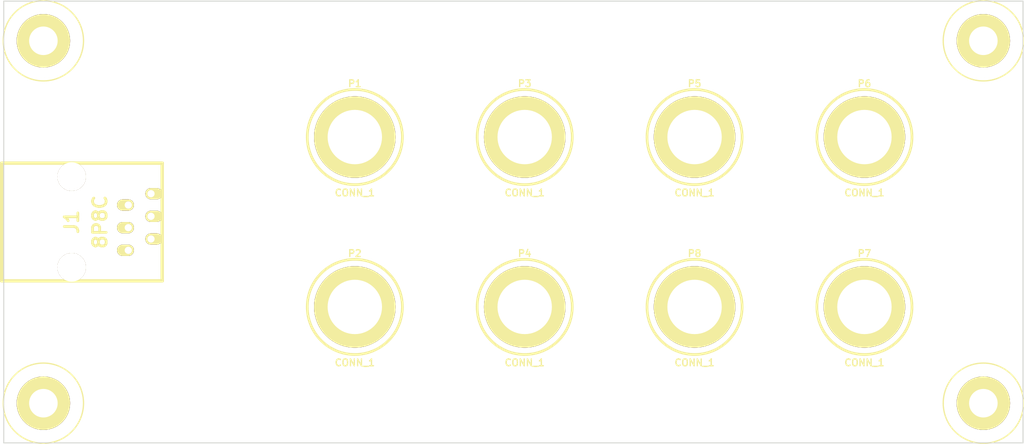
<source format=kicad_pcb>
(kicad_pcb (version 3) (host pcbnew "(2013-07-07 BZR 4022)-stable")

  (general
    (links 8)
    (no_connects 8)
    (area 0 0 0 0)
    (thickness 1.6)
    (drawings 4)
    (tracks 0)
    (zones 0)
    (modules 13)
    (nets 9)
  )

  (page A3)
  (layers
    (15 F.Cu signal)
    (0 B.Cu signal)
    (16 B.Adhes user)
    (17 F.Adhes user)
    (18 B.Paste user)
    (19 F.Paste user)
    (20 B.SilkS user)
    (21 F.SilkS user)
    (22 B.Mask user)
    (23 F.Mask user)
    (24 Dwgs.User user)
    (25 Cmts.User user)
    (26 Eco1.User user)
    (27 Eco2.User user)
    (28 Edge.Cuts user)
  )

  (setup
    (last_trace_width 0.254)
    (trace_clearance 0.254)
    (zone_clearance 0.508)
    (zone_45_only no)
    (trace_min 0.254)
    (segment_width 0.2)
    (edge_width 0.1)
    (via_size 0.889)
    (via_drill 0.635)
    (via_min_size 0.889)
    (via_min_drill 0.508)
    (uvia_size 0.508)
    (uvia_drill 0.127)
    (uvias_allowed no)
    (uvia_min_size 0.508)
    (uvia_min_drill 0.127)
    (pcb_text_width 0.3)
    (pcb_text_size 1.5 1.5)
    (mod_edge_width 0.15)
    (mod_text_size 1 1)
    (mod_text_width 0.15)
    (pad_size 1.5 1.5)
    (pad_drill 0.6)
    (pad_to_mask_clearance 0)
    (aux_axis_origin 0 0)
    (visible_elements FFFFFFBF)
    (pcbplotparams
      (layerselection 3178497)
      (usegerberextensions true)
      (excludeedgelayer true)
      (linewidth 0.150000)
      (plotframeref false)
      (viasonmask false)
      (mode 1)
      (useauxorigin false)
      (hpglpennumber 1)
      (hpglpenspeed 20)
      (hpglpendiameter 15)
      (hpglpenoverlay 2)
      (psnegative false)
      (psa4output false)
      (plotreference true)
      (plotvalue true)
      (plotothertext true)
      (plotinvisibletext false)
      (padsonsilk false)
      (subtractmaskfromsilk false)
      (outputformat 1)
      (mirror false)
      (drillshape 1)
      (scaleselection 1)
      (outputdirectory ""))
  )

  (net 0 "")
  (net 1 N-000001)
  (net 2 N-0000012)
  (net 3 N-000002)
  (net 4 N-000003)
  (net 5 N-000004)
  (net 6 N-000005)
  (net 7 N-000006)
  (net 8 N-000007)

  (net_class Default "This is the default net class."
    (clearance 0.254)
    (trace_width 0.254)
    (via_dia 0.889)
    (via_drill 0.635)
    (uvia_dia 0.508)
    (uvia_drill 0.127)
    (add_net "")
    (add_net N-000001)
    (add_net N-0000012)
    (add_net N-000002)
    (add_net N-000003)
    (add_net N-000004)
    (add_net N-000005)
    (add_net N-000006)
    (add_net N-000007)
  )

  (module hole_M3 (layer F.Cu) (tedit 532CF1F1) (tstamp 53B0C4D7)
    (at 132.715 111.125)
    (descr "M3 mounting hole")
    (path /53B0C2D1)
    (fp_text reference H1 (at 0 -3.048) (layer F.SilkS) hide
      (effects (font (size 1.016 1.016) (thickness 0.254)))
    )
    (fp_text value HOLE (at 0 2.794) (layer F.SilkS) hide
      (effects (font (size 1.016 1.016) (thickness 0.254)))
    )
    (fp_circle (center 0 0) (end 4.5 0) (layer F.SilkS) (width 0.15))
    (pad 1 thru_hole circle (at 0 0) (size 6 6) (drill 3.2)
      (layers *.Cu *.Mask F.SilkS)
    )
  )

  (module hole_M3 (layer F.Cu) (tedit 532CF1F1) (tstamp 53B0C4DD)
    (at 132.715 151.765)
    (descr "M3 mounting hole")
    (path /53B0C2E0)
    (fp_text reference H2 (at 0 -3.048) (layer F.SilkS) hide
      (effects (font (size 1.016 1.016) (thickness 0.254)))
    )
    (fp_text value HOLE (at 0 2.794) (layer F.SilkS) hide
      (effects (font (size 1.016 1.016) (thickness 0.254)))
    )
    (fp_circle (center 0 0) (end 4.5 0) (layer F.SilkS) (width 0.15))
    (pad 1 thru_hole circle (at 0 0) (size 6 6) (drill 3.2)
      (layers *.Cu *.Mask F.SilkS)
    )
  )

  (module hole_M3 (layer F.Cu) (tedit 532CF1F1) (tstamp 53B0C4E3)
    (at 238.125 111.125)
    (descr "M3 mounting hole")
    (path /53B0C2EF)
    (fp_text reference H3 (at 0 -3.048) (layer F.SilkS) hide
      (effects (font (size 1.016 1.016) (thickness 0.254)))
    )
    (fp_text value HOLE (at 0 2.794) (layer F.SilkS) hide
      (effects (font (size 1.016 1.016) (thickness 0.254)))
    )
    (fp_circle (center 0 0) (end 4.5 0) (layer F.SilkS) (width 0.15))
    (pad 1 thru_hole circle (at 0 0) (size 6 6) (drill 3.2)
      (layers *.Cu *.Mask F.SilkS)
    )
  )

  (module hole_M3 (layer F.Cu) (tedit 532CF1F1) (tstamp 53B0C4E9)
    (at 238.125 151.765)
    (descr "M3 mounting hole")
    (path /53B0C308)
    (fp_text reference H4 (at 0 -3.048) (layer F.SilkS) hide
      (effects (font (size 1.016 1.016) (thickness 0.254)))
    )
    (fp_text value HOLE (at 0 2.794) (layer F.SilkS) hide
      (effects (font (size 1.016 1.016) (thickness 0.254)))
    )
    (fp_circle (center 0 0) (end 4.5 0) (layer F.SilkS) (width 0.15))
    (pad 1 thru_hole circle (at 0 0) (size 6 6) (drill 3.2)
      (layers *.Cu *.Mask F.SilkS)
    )
  )

  (module Banana_A (layer F.Cu) (tedit 532F3FCB) (tstamp 53B0C4EF)
    (at 167.64 121.92)
    (path /53B0C20C)
    (fp_text reference P1 (at 0 -6) (layer F.SilkS)
      (effects (font (size 0.762 0.762) (thickness 0.1524)))
    )
    (fp_text value CONN_1 (at 0 6.25) (layer F.SilkS)
      (effects (font (size 0.762 0.762) (thickness 0.1524)))
    )
    (fp_circle (center 0 0) (end 5.334 0) (layer F.SilkS) (width 0.3048))
    (pad 1 thru_hole circle (at 0 0) (size 9.144 9.144) (drill 6.096)
      (layers *.Cu *.Mask F.SilkS)
      (net 2 N-0000012)
    )
  )

  (module Banana_A (layer F.Cu) (tedit 532F3FCB) (tstamp 53B0C4F5)
    (at 167.64 140.97)
    (path /53B0C21B)
    (fp_text reference P2 (at 0 -6) (layer F.SilkS)
      (effects (font (size 0.762 0.762) (thickness 0.1524)))
    )
    (fp_text value CONN_1 (at 0 6.25) (layer F.SilkS)
      (effects (font (size 0.762 0.762) (thickness 0.1524)))
    )
    (fp_circle (center 0 0) (end 5.334 0) (layer F.SilkS) (width 0.3048))
    (pad 1 thru_hole circle (at 0 0) (size 9.144 9.144) (drill 6.096)
      (layers *.Cu *.Mask F.SilkS)
      (net 3 N-000002)
    )
  )

  (module Banana_A (layer F.Cu) (tedit 532F3FCB) (tstamp 53B0C4FB)
    (at 186.69 121.92)
    (path /53B0C22A)
    (fp_text reference P3 (at 0 -6) (layer F.SilkS)
      (effects (font (size 0.762 0.762) (thickness 0.1524)))
    )
    (fp_text value CONN_1 (at 0 6.25) (layer F.SilkS)
      (effects (font (size 0.762 0.762) (thickness 0.1524)))
    )
    (fp_circle (center 0 0) (end 5.334 0) (layer F.SilkS) (width 0.3048))
    (pad 1 thru_hole circle (at 0 0) (size 9.144 9.144) (drill 6.096)
      (layers *.Cu *.Mask F.SilkS)
      (net 4 N-000003)
    )
  )

  (module Banana_A (layer F.Cu) (tedit 532F3FCB) (tstamp 53B0C501)
    (at 186.69 140.97)
    (path /53B0C239)
    (fp_text reference P4 (at 0 -6) (layer F.SilkS)
      (effects (font (size 0.762 0.762) (thickness 0.1524)))
    )
    (fp_text value CONN_1 (at 0 6.25) (layer F.SilkS)
      (effects (font (size 0.762 0.762) (thickness 0.1524)))
    )
    (fp_circle (center 0 0) (end 5.334 0) (layer F.SilkS) (width 0.3048))
    (pad 1 thru_hole circle (at 0 0) (size 9.144 9.144) (drill 6.096)
      (layers *.Cu *.Mask F.SilkS)
      (net 5 N-000004)
    )
  )

  (module Banana_A (layer F.Cu) (tedit 532F3FCB) (tstamp 53B0C507)
    (at 205.74 121.92)
    (path /53B0C248)
    (fp_text reference P5 (at 0 -6) (layer F.SilkS)
      (effects (font (size 0.762 0.762) (thickness 0.1524)))
    )
    (fp_text value CONN_1 (at 0 6.25) (layer F.SilkS)
      (effects (font (size 0.762 0.762) (thickness 0.1524)))
    )
    (fp_circle (center 0 0) (end 5.334 0) (layer F.SilkS) (width 0.3048))
    (pad 1 thru_hole circle (at 0 0) (size 9.144 9.144) (drill 6.096)
      (layers *.Cu *.Mask F.SilkS)
      (net 6 N-000005)
    )
  )

  (module Banana_A (layer F.Cu) (tedit 532F3FCB) (tstamp 53B0C50D)
    (at 224.79 121.92)
    (path /53B0C257)
    (fp_text reference P6 (at 0 -6) (layer F.SilkS)
      (effects (font (size 0.762 0.762) (thickness 0.1524)))
    )
    (fp_text value CONN_1 (at 0 6.25) (layer F.SilkS)
      (effects (font (size 0.762 0.762) (thickness 0.1524)))
    )
    (fp_circle (center 0 0) (end 5.334 0) (layer F.SilkS) (width 0.3048))
    (pad 1 thru_hole circle (at 0 0) (size 9.144 9.144) (drill 6.096)
      (layers *.Cu *.Mask F.SilkS)
      (net 1 N-000001)
    )
  )

  (module Banana_A (layer F.Cu) (tedit 532F3FCB) (tstamp 53B0C513)
    (at 224.79 140.97)
    (path /53B0C266)
    (fp_text reference P7 (at 0 -6) (layer F.SilkS)
      (effects (font (size 0.762 0.762) (thickness 0.1524)))
    )
    (fp_text value CONN_1 (at 0 6.25) (layer F.SilkS)
      (effects (font (size 0.762 0.762) (thickness 0.1524)))
    )
    (fp_circle (center 0 0) (end 5.334 0) (layer F.SilkS) (width 0.3048))
    (pad 1 thru_hole circle (at 0 0) (size 9.144 9.144) (drill 6.096)
      (layers *.Cu *.Mask F.SilkS)
      (net 7 N-000006)
    )
  )

  (module Banana_A (layer F.Cu) (tedit 532F3FCB) (tstamp 53B0C519)
    (at 205.74 140.97)
    (path /53B0C275)
    (fp_text reference P8 (at 0 -6) (layer F.SilkS)
      (effects (font (size 0.762 0.762) (thickness 0.1524)))
    )
    (fp_text value CONN_1 (at 0 6.25) (layer F.SilkS)
      (effects (font (size 0.762 0.762) (thickness 0.1524)))
    )
    (fp_circle (center 0 0) (end 5.334 0) (layer F.SilkS) (width 0.3048))
    (pad 1 thru_hole circle (at 0 0) (size 9.144 9.144) (drill 6.096)
      (layers *.Cu *.Mask F.SilkS)
      (net 8 N-000007)
    )
  )

  (module A-2004-1-4-LP-N-R (layer F.Cu) (tedit 52E892E9) (tstamp 53B0C529)
    (at 142.24 128.27 270)
    (path /53B0C1AE)
    (fp_text reference J1 (at 3.175 6.35 270) (layer F.SilkS)
      (effects (font (size 1.524 1.524) (thickness 0.3048)))
    )
    (fp_text value 8P8C (at 3.175 3.175 270) (layer F.SilkS)
      (effects (font (size 1.524 1.524) (thickness 0.3048)))
    )
    (fp_line (start -3.425 -3.8) (end -3.425 14.2) (layer F.SilkS) (width 0.381))
    (fp_line (start 9.775 -3.8) (end 9.775 14.2) (layer F.SilkS) (width 0.381))
    (fp_line (start -3.425 -3.8) (end 9.775 -3.8) (layer F.SilkS) (width 0.381))
    (fp_line (start -3.425 14.2) (end 9.775 14.2) (layer F.SilkS) (width 0.381))
    (pad 1 thru_hole oval (at 0 -2.54 270) (size 1.27 1.905) (drill 0.8128 (offset 0 -0.3175))
      (layers *.Cu *.Mask F.SilkS)
      (net 2 N-0000012)
    )
    (pad 3 thru_hole oval (at 2.54 -2.54 270) (size 1.27 1.905) (drill 0.8128 (offset 0 -0.3175))
      (layers *.Cu *.Mask F.SilkS)
      (net 4 N-000003)
    )
    (pad 2 thru_hole oval (at 1.27 0 270) (size 1.27 1.905) (drill 0.8128 (offset 0 0.3175))
      (layers *.Cu *.Mask F.SilkS)
      (net 3 N-000002)
    )
    (pad 4 thru_hole oval (at 3.81 0 270) (size 1.27 1.905) (drill 0.8128 (offset 0 0.3175))
      (layers *.Cu *.Mask F.SilkS)
      (net 5 N-000004)
    )
    (pad 8 thru_hole circle (at 8.255 6.35 270) (size 3.2 3.2) (drill 3.2)
      (layers *.Cu *.Mask F.SilkS)
      (net 8 N-000007)
    )
    (pad 7 thru_hole circle (at -1.91 6.35 270) (size 3.2 3.2) (drill 3.2)
      (layers *.Cu *.Mask F.SilkS)
      (net 7 N-000006)
    )
    (pad 6 thru_hole oval (at 6.35 0 270) (size 1.27 1.905) (drill 0.8128 (offset 0 0.3175))
      (layers *.Cu *.Mask F.SilkS)
      (net 1 N-000001)
    )
    (pad 5 thru_hole oval (at 5.08 -2.54 270) (size 1.27 1.905) (drill 0.8128 (offset 0 -0.3175))
      (layers *.Cu *.Mask F.SilkS)
      (net 6 N-000005)
    )
  )

  (gr_line (start 128.27 106.68) (end 242.57 106.68) (angle 90) (layer Edge.Cuts) (width 0.1))
  (gr_line (start 128.27 156.21) (end 128.27 106.68) (angle 90) (layer Edge.Cuts) (width 0.1))
  (gr_line (start 242.57 156.21) (end 128.27 156.21) (angle 90) (layer Edge.Cuts) (width 0.1))
  (gr_line (start 242.57 106.68) (end 242.57 156.21) (angle 90) (layer Edge.Cuts) (width 0.1))

)

</source>
